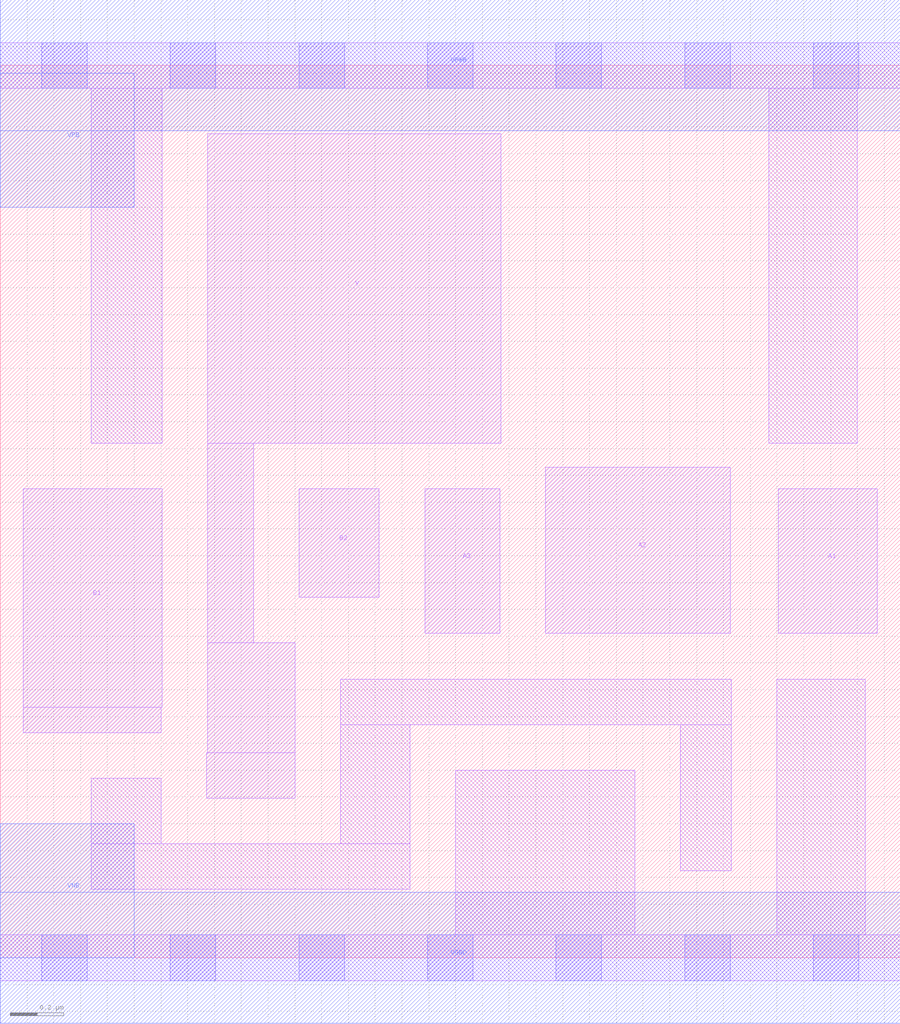
<source format=lef>
# Copyright 2020 The SkyWater PDK Authors
#
# Licensed under the Apache License, Version 2.0 (the "License");
# you may not use this file except in compliance with the License.
# You may obtain a copy of the License at
#
#     https://www.apache.org/licenses/LICENSE-2.0
#
# Unless required by applicable law or agreed to in writing, software
# distributed under the License is distributed on an "AS IS" BASIS,
# WITHOUT WARRANTIES OR CONDITIONS OF ANY KIND, either express or implied.
# See the License for the specific language governing permissions and
# limitations under the License.
#
# SPDX-License-Identifier: Apache-2.0

VERSION 5.5 ;
NAMESCASESENSITIVE ON ;
BUSBITCHARS "[]" ;
DIVIDERCHAR "/" ;
MACRO sky130_fd_sc_lp__o32ai_1
  CLASS CORE ;
  SOURCE USER ;
  ORIGIN  0.000000  0.000000 ;
  SIZE  3.360000 BY  3.330000 ;
  SYMMETRY X Y R90 ;
  SITE unit ;
  PIN A1
    ANTENNAGATEAREA  0.315000 ;
    DIRECTION INPUT ;
    USE SIGNAL ;
    PORT
      LAYER li1 ;
        RECT 2.905000 1.210000 3.275000 1.750000 ;
    END
  END A1
  PIN A2
    ANTENNAGATEAREA  0.315000 ;
    DIRECTION INPUT ;
    USE SIGNAL ;
    PORT
      LAYER li1 ;
        RECT 2.035000 1.210000 2.725000 1.830000 ;
    END
  END A2
  PIN A3
    ANTENNAGATEAREA  0.315000 ;
    DIRECTION INPUT ;
    USE SIGNAL ;
    PORT
      LAYER li1 ;
        RECT 1.585000 1.210000 1.865000 1.750000 ;
    END
  END A3
  PIN B1
    ANTENNAGATEAREA  0.315000 ;
    DIRECTION INPUT ;
    USE SIGNAL ;
    PORT
      LAYER li1 ;
        RECT 0.085000 0.840000 0.600000 0.935000 ;
        RECT 0.085000 0.935000 0.605000 1.750000 ;
    END
  END B1
  PIN B2
    ANTENNAGATEAREA  0.315000 ;
    DIRECTION INPUT ;
    USE SIGNAL ;
    PORT
      LAYER li1 ;
        RECT 1.115000 1.345000 1.415000 1.750000 ;
    END
  END B2
  PIN Y
    ANTENNADIFFAREA  1.146600 ;
    DIRECTION OUTPUT ;
    USE SIGNAL ;
    PORT
      LAYER li1 ;
        RECT 0.770000 0.595000 1.100000 0.765000 ;
        RECT 0.775000 0.765000 1.100000 1.175000 ;
        RECT 0.775000 1.175000 0.945000 1.920000 ;
        RECT 0.775000 1.920000 1.870000 3.075000 ;
    END
  END Y
  PIN VGND
    DIRECTION INOUT ;
    USE GROUND ;
    PORT
      LAYER met1 ;
        RECT 0.000000 -0.245000 3.360000 0.245000 ;
    END
  END VGND
  PIN VNB
    DIRECTION INOUT ;
    USE GROUND ;
    PORT
      LAYER met1 ;
        RECT 0.000000 0.000000 0.500000 0.500000 ;
    END
  END VNB
  PIN VPB
    DIRECTION INOUT ;
    USE POWER ;
    PORT
      LAYER met1 ;
        RECT 0.000000 2.800000 0.500000 3.300000 ;
    END
  END VPB
  PIN VPWR
    DIRECTION INOUT ;
    USE POWER ;
    PORT
      LAYER met1 ;
        RECT 0.000000 3.085000 3.360000 3.575000 ;
    END
  END VPWR
  OBS
    LAYER li1 ;
      RECT 0.000000 -0.085000 3.360000 0.085000 ;
      RECT 0.000000  3.245000 3.360000 3.415000 ;
      RECT 0.340000  0.255000 1.530000 0.425000 ;
      RECT 0.340000  0.425000 0.600000 0.670000 ;
      RECT 0.340000  1.920000 0.605000 3.245000 ;
      RECT 1.270000  0.425000 1.530000 0.870000 ;
      RECT 1.270000  0.870000 2.730000 1.040000 ;
      RECT 1.700000  0.085000 2.370000 0.700000 ;
      RECT 2.540000  0.325000 2.730000 0.870000 ;
      RECT 2.870000  1.920000 3.200000 3.245000 ;
      RECT 2.900000  0.085000 3.230000 1.040000 ;
    LAYER mcon ;
      RECT 0.155000 -0.085000 0.325000 0.085000 ;
      RECT 0.155000  3.245000 0.325000 3.415000 ;
      RECT 0.635000 -0.085000 0.805000 0.085000 ;
      RECT 0.635000  3.245000 0.805000 3.415000 ;
      RECT 1.115000 -0.085000 1.285000 0.085000 ;
      RECT 1.115000  3.245000 1.285000 3.415000 ;
      RECT 1.595000 -0.085000 1.765000 0.085000 ;
      RECT 1.595000  3.245000 1.765000 3.415000 ;
      RECT 2.075000 -0.085000 2.245000 0.085000 ;
      RECT 2.075000  3.245000 2.245000 3.415000 ;
      RECT 2.555000 -0.085000 2.725000 0.085000 ;
      RECT 2.555000  3.245000 2.725000 3.415000 ;
      RECT 3.035000 -0.085000 3.205000 0.085000 ;
      RECT 3.035000  3.245000 3.205000 3.415000 ;
  END
END sky130_fd_sc_lp__o32ai_1

</source>
